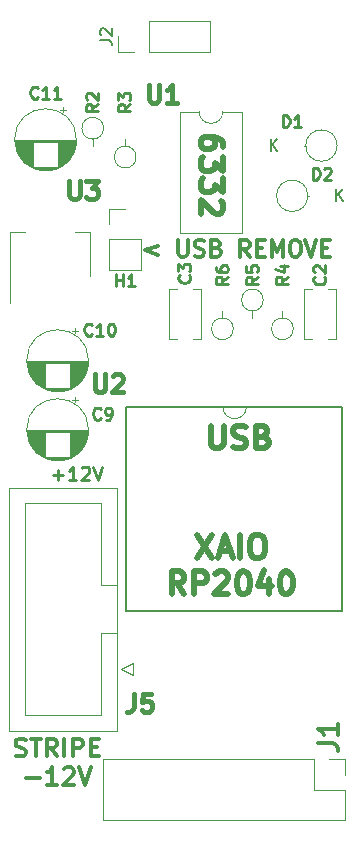
<source format=gto>
%TF.GenerationSoftware,KiCad,Pcbnew,(6.0.1)*%
%TF.CreationDate,2022-10-15T09:01:03-04:00*%
%TF.ProjectId,SYNTH-VCO-DB-03,53594e54-482d-4564-934f-2d44422d3033,1*%
%TF.SameCoordinates,Original*%
%TF.FileFunction,Legend,Top*%
%TF.FilePolarity,Positive*%
%FSLAX46Y46*%
G04 Gerber Fmt 4.6, Leading zero omitted, Abs format (unit mm)*
G04 Created by KiCad (PCBNEW (6.0.1)) date 2022-10-15 09:01:03*
%MOMM*%
%LPD*%
G01*
G04 APERTURE LIST*
%ADD10C,0.476250*%
%ADD11C,0.349250*%
%ADD12C,0.285750*%
%ADD13C,0.375000*%
%ADD14C,0.150000*%
%ADD15C,0.254000*%
%ADD16C,0.381000*%
%ADD17C,0.120000*%
G04 APERTURE END LIST*
D10*
X91851142Y-84738260D02*
X93121142Y-86643260D01*
X93121142Y-84738260D02*
X91851142Y-86643260D01*
X93756142Y-86098975D02*
X94663285Y-86098975D01*
X93574714Y-86643260D02*
X94209714Y-84738260D01*
X94844714Y-86643260D01*
X95479714Y-86643260D02*
X95479714Y-84738260D01*
X96749714Y-84738260D02*
X97112571Y-84738260D01*
X97294000Y-84828975D01*
X97475428Y-85010403D01*
X97566142Y-85373260D01*
X97566142Y-86008260D01*
X97475428Y-86371117D01*
X97294000Y-86552546D01*
X97112571Y-86643260D01*
X96749714Y-86643260D01*
X96568285Y-86552546D01*
X96386857Y-86371117D01*
X96296142Y-86008260D01*
X96296142Y-85373260D01*
X96386857Y-85010403D01*
X96568285Y-84828975D01*
X96749714Y-84738260D01*
X90762571Y-89710310D02*
X90127571Y-88803167D01*
X89674000Y-89710310D02*
X89674000Y-87805310D01*
X90399714Y-87805310D01*
X90581142Y-87896025D01*
X90671857Y-87986739D01*
X90762571Y-88168167D01*
X90762571Y-88440310D01*
X90671857Y-88621739D01*
X90581142Y-88712453D01*
X90399714Y-88803167D01*
X89674000Y-88803167D01*
X91579000Y-89710310D02*
X91579000Y-87805310D01*
X92304714Y-87805310D01*
X92486142Y-87896025D01*
X92576857Y-87986739D01*
X92667571Y-88168167D01*
X92667571Y-88440310D01*
X92576857Y-88621739D01*
X92486142Y-88712453D01*
X92304714Y-88803167D01*
X91579000Y-88803167D01*
X93393285Y-87986739D02*
X93484000Y-87896025D01*
X93665428Y-87805310D01*
X94119000Y-87805310D01*
X94300428Y-87896025D01*
X94391142Y-87986739D01*
X94481857Y-88168167D01*
X94481857Y-88349596D01*
X94391142Y-88621739D01*
X93302571Y-89710310D01*
X94481857Y-89710310D01*
X95661142Y-87805310D02*
X95842571Y-87805310D01*
X96024000Y-87896025D01*
X96114714Y-87986739D01*
X96205428Y-88168167D01*
X96296142Y-88531025D01*
X96296142Y-88984596D01*
X96205428Y-89347453D01*
X96114714Y-89528882D01*
X96024000Y-89619596D01*
X95842571Y-89710310D01*
X95661142Y-89710310D01*
X95479714Y-89619596D01*
X95389000Y-89528882D01*
X95298285Y-89347453D01*
X95207571Y-88984596D01*
X95207571Y-88531025D01*
X95298285Y-88168167D01*
X95389000Y-87986739D01*
X95479714Y-87896025D01*
X95661142Y-87805310D01*
X97929000Y-88440310D02*
X97929000Y-89710310D01*
X97475428Y-87714596D02*
X97021857Y-89075310D01*
X98201142Y-89075310D01*
X99289714Y-87805310D02*
X99471142Y-87805310D01*
X99652571Y-87896025D01*
X99743285Y-87986739D01*
X99834000Y-88168167D01*
X99924714Y-88531025D01*
X99924714Y-88984596D01*
X99834000Y-89347453D01*
X99743285Y-89528882D01*
X99652571Y-89619596D01*
X99471142Y-89710310D01*
X99289714Y-89710310D01*
X99108285Y-89619596D01*
X99017571Y-89528882D01*
X98926857Y-89347453D01*
X98836142Y-88984596D01*
X98836142Y-88531025D01*
X98926857Y-88168167D01*
X99017571Y-87986739D01*
X99108285Y-87896025D01*
X99289714Y-87805310D01*
X94043206Y-51891434D02*
X94043206Y-51528577D01*
X93952492Y-51347148D01*
X93861777Y-51256434D01*
X93589634Y-51075006D01*
X93226777Y-50984291D01*
X92501063Y-50984291D01*
X92319634Y-51075006D01*
X92228920Y-51165720D01*
X92138206Y-51347148D01*
X92138206Y-51710006D01*
X92228920Y-51891434D01*
X92319634Y-51982148D01*
X92501063Y-52072863D01*
X92954634Y-52072863D01*
X93136063Y-51982148D01*
X93226777Y-51891434D01*
X93317492Y-51710006D01*
X93317492Y-51347148D01*
X93226777Y-51165720D01*
X93136063Y-51075006D01*
X92954634Y-50984291D01*
X94043206Y-52707863D02*
X94043206Y-53887148D01*
X93317492Y-53252148D01*
X93317492Y-53524291D01*
X93226777Y-53705720D01*
X93136063Y-53796434D01*
X92954634Y-53887148D01*
X92501063Y-53887148D01*
X92319634Y-53796434D01*
X92228920Y-53705720D01*
X92138206Y-53524291D01*
X92138206Y-52980006D01*
X92228920Y-52798577D01*
X92319634Y-52707863D01*
X94043206Y-54522148D02*
X94043206Y-55701434D01*
X93317492Y-55066434D01*
X93317492Y-55338577D01*
X93226777Y-55520006D01*
X93136063Y-55610720D01*
X92954634Y-55701434D01*
X92501063Y-55701434D01*
X92319634Y-55610720D01*
X92228920Y-55520006D01*
X92138206Y-55338577D01*
X92138206Y-54794291D01*
X92228920Y-54612863D01*
X92319634Y-54522148D01*
X93861777Y-56427148D02*
X93952492Y-56517863D01*
X94043206Y-56699291D01*
X94043206Y-57152863D01*
X93952492Y-57334291D01*
X93861777Y-57425006D01*
X93680349Y-57515720D01*
X93498920Y-57515720D01*
X93226777Y-57425006D01*
X92138206Y-56336434D01*
X92138206Y-57515720D01*
D11*
X88504001Y-60218631D02*
X87439620Y-60617774D01*
X88504001Y-61016917D01*
X90233620Y-59752965D02*
X90233620Y-60883869D01*
X90300144Y-61016917D01*
X90366668Y-61083441D01*
X90499715Y-61149965D01*
X90765811Y-61149965D01*
X90898858Y-61083441D01*
X90965382Y-61016917D01*
X91031906Y-60883869D01*
X91031906Y-59752965D01*
X91630620Y-61083441D02*
X91830191Y-61149965D01*
X92162811Y-61149965D01*
X92295858Y-61083441D01*
X92362382Y-61016917D01*
X92428906Y-60883869D01*
X92428906Y-60750822D01*
X92362382Y-60617774D01*
X92295858Y-60551250D01*
X92162811Y-60484727D01*
X91896715Y-60418203D01*
X91763668Y-60351679D01*
X91697144Y-60285155D01*
X91630620Y-60152108D01*
X91630620Y-60019060D01*
X91697144Y-59886012D01*
X91763668Y-59819489D01*
X91896715Y-59752965D01*
X92229334Y-59752965D01*
X92428906Y-59819489D01*
X93493287Y-60418203D02*
X93692858Y-60484727D01*
X93759382Y-60551250D01*
X93825906Y-60684298D01*
X93825906Y-60883869D01*
X93759382Y-61016917D01*
X93692858Y-61083441D01*
X93559811Y-61149965D01*
X93027620Y-61149965D01*
X93027620Y-59752965D01*
X93493287Y-59752965D01*
X93626334Y-59819489D01*
X93692858Y-59886012D01*
X93759382Y-60019060D01*
X93759382Y-60152108D01*
X93692858Y-60285155D01*
X93626334Y-60351679D01*
X93493287Y-60418203D01*
X93027620Y-60418203D01*
X96287287Y-61149965D02*
X95821620Y-60484727D01*
X95489001Y-61149965D02*
X95489001Y-59752965D01*
X96021191Y-59752965D01*
X96154239Y-59819489D01*
X96220763Y-59886012D01*
X96287287Y-60019060D01*
X96287287Y-60218631D01*
X96220763Y-60351679D01*
X96154239Y-60418203D01*
X96021191Y-60484727D01*
X95489001Y-60484727D01*
X96886001Y-60418203D02*
X97351668Y-60418203D01*
X97551239Y-61149965D02*
X96886001Y-61149965D01*
X96886001Y-59752965D01*
X97551239Y-59752965D01*
X98149953Y-61149965D02*
X98149953Y-59752965D01*
X98615620Y-60750822D01*
X99081287Y-59752965D01*
X99081287Y-61149965D01*
X100012620Y-59752965D02*
X100278715Y-59752965D01*
X100411763Y-59819489D01*
X100544811Y-59952536D01*
X100611334Y-60218631D01*
X100611334Y-60684298D01*
X100544811Y-60950393D01*
X100411763Y-61083441D01*
X100278715Y-61149965D01*
X100012620Y-61149965D01*
X99879572Y-61083441D01*
X99746525Y-60950393D01*
X99680001Y-60684298D01*
X99680001Y-60218631D01*
X99746525Y-59952536D01*
X99879572Y-59819489D01*
X100012620Y-59752965D01*
X101010477Y-59752965D02*
X101476144Y-61149965D01*
X101941811Y-59752965D01*
X102407477Y-60418203D02*
X102873144Y-60418203D01*
X103072715Y-61149965D02*
X102407477Y-61149965D01*
X102407477Y-59752965D01*
X103072715Y-59752965D01*
D10*
X92985071Y-75476785D02*
X92985071Y-77018928D01*
X93075785Y-77200357D01*
X93166500Y-77291071D01*
X93347928Y-77381785D01*
X93710785Y-77381785D01*
X93892214Y-77291071D01*
X93982928Y-77200357D01*
X94073642Y-77018928D01*
X94073642Y-75476785D01*
X94890071Y-77291071D02*
X95162214Y-77381785D01*
X95615785Y-77381785D01*
X95797214Y-77291071D01*
X95887928Y-77200357D01*
X95978642Y-77018928D01*
X95978642Y-76837500D01*
X95887928Y-76656071D01*
X95797214Y-76565357D01*
X95615785Y-76474642D01*
X95252928Y-76383928D01*
X95071500Y-76293214D01*
X94980785Y-76202500D01*
X94890071Y-76021071D01*
X94890071Y-75839642D01*
X94980785Y-75658214D01*
X95071500Y-75567500D01*
X95252928Y-75476785D01*
X95706500Y-75476785D01*
X95978642Y-75567500D01*
X97430071Y-76383928D02*
X97702214Y-76474642D01*
X97792928Y-76565357D01*
X97883642Y-76746785D01*
X97883642Y-77018928D01*
X97792928Y-77200357D01*
X97702214Y-77291071D01*
X97520785Y-77381785D01*
X96795071Y-77381785D01*
X96795071Y-75476785D01*
X97430071Y-75476785D01*
X97611500Y-75567500D01*
X97702214Y-75658214D01*
X97792928Y-75839642D01*
X97792928Y-76021071D01*
X97702214Y-76202500D01*
X97611500Y-76293214D01*
X97430071Y-76383928D01*
X96795071Y-76383928D01*
D12*
X79600405Y-79649642D02*
X80471262Y-79649642D01*
X80035833Y-80085071D02*
X80035833Y-79214214D01*
X81614262Y-80085071D02*
X80961119Y-80085071D01*
X81287691Y-80085071D02*
X81287691Y-78942071D01*
X81178833Y-79105357D01*
X81069976Y-79214214D01*
X80961119Y-79268642D01*
X82049691Y-79050928D02*
X82104119Y-78996500D01*
X82212976Y-78942071D01*
X82485119Y-78942071D01*
X82593976Y-78996500D01*
X82648405Y-79050928D01*
X82702833Y-79159785D01*
X82702833Y-79268642D01*
X82648405Y-79431928D01*
X81995262Y-80085071D01*
X82702833Y-80085071D01*
X83029405Y-78942071D02*
X83410405Y-80085071D01*
X83791405Y-78942071D01*
D13*
X76464285Y-103399642D02*
X76678571Y-103471071D01*
X77035714Y-103471071D01*
X77178571Y-103399642D01*
X77250000Y-103328214D01*
X77321428Y-103185357D01*
X77321428Y-103042500D01*
X77250000Y-102899642D01*
X77178571Y-102828214D01*
X77035714Y-102756785D01*
X76750000Y-102685357D01*
X76607142Y-102613928D01*
X76535714Y-102542500D01*
X76464285Y-102399642D01*
X76464285Y-102256785D01*
X76535714Y-102113928D01*
X76607142Y-102042500D01*
X76750000Y-101971071D01*
X77107142Y-101971071D01*
X77321428Y-102042500D01*
X77750000Y-101971071D02*
X78607142Y-101971071D01*
X78178571Y-103471071D02*
X78178571Y-101971071D01*
X79964285Y-103471071D02*
X79464285Y-102756785D01*
X79107142Y-103471071D02*
X79107142Y-101971071D01*
X79678571Y-101971071D01*
X79821428Y-102042500D01*
X79892857Y-102113928D01*
X79964285Y-102256785D01*
X79964285Y-102471071D01*
X79892857Y-102613928D01*
X79821428Y-102685357D01*
X79678571Y-102756785D01*
X79107142Y-102756785D01*
X80607142Y-103471071D02*
X80607142Y-101971071D01*
X81321428Y-103471071D02*
X81321428Y-101971071D01*
X81892857Y-101971071D01*
X82035714Y-102042500D01*
X82107142Y-102113928D01*
X82178571Y-102256785D01*
X82178571Y-102471071D01*
X82107142Y-102613928D01*
X82035714Y-102685357D01*
X81892857Y-102756785D01*
X81321428Y-102756785D01*
X82821428Y-102685357D02*
X83321428Y-102685357D01*
X83535714Y-103471071D02*
X82821428Y-103471071D01*
X82821428Y-101971071D01*
X83535714Y-101971071D01*
X77357142Y-105314642D02*
X78500000Y-105314642D01*
X80000000Y-105886071D02*
X79142857Y-105886071D01*
X79571428Y-105886071D02*
X79571428Y-104386071D01*
X79428571Y-104600357D01*
X79285714Y-104743214D01*
X79142857Y-104814642D01*
X80571428Y-104528928D02*
X80642857Y-104457500D01*
X80785714Y-104386071D01*
X81142857Y-104386071D01*
X81285714Y-104457500D01*
X81357142Y-104528928D01*
X81428571Y-104671785D01*
X81428571Y-104814642D01*
X81357142Y-105028928D01*
X80500000Y-105886071D01*
X81428571Y-105886071D01*
X81857142Y-104386071D02*
X82357142Y-105886071D01*
X82857142Y-104386071D01*
D14*
%TO.C,J2*%
X83622380Y-42833333D02*
X84336666Y-42833333D01*
X84479523Y-42880952D01*
X84574761Y-42976190D01*
X84622380Y-43119047D01*
X84622380Y-43214285D01*
X83717619Y-42404761D02*
X83670000Y-42357142D01*
X83622380Y-42261904D01*
X83622380Y-42023809D01*
X83670000Y-41928571D01*
X83717619Y-41880952D01*
X83812857Y-41833333D01*
X83908095Y-41833333D01*
X84050952Y-41880952D01*
X84622380Y-42452380D01*
X84622380Y-41833333D01*
D15*
%TO.C,C11*%
X78352857Y-47672857D02*
X78304476Y-47721238D01*
X78159333Y-47769619D01*
X78062571Y-47769619D01*
X77917428Y-47721238D01*
X77820666Y-47624476D01*
X77772285Y-47527714D01*
X77723904Y-47334190D01*
X77723904Y-47189047D01*
X77772285Y-46995523D01*
X77820666Y-46898761D01*
X77917428Y-46802000D01*
X78062571Y-46753619D01*
X78159333Y-46753619D01*
X78304476Y-46802000D01*
X78352857Y-46850380D01*
X79320476Y-47769619D02*
X78739904Y-47769619D01*
X79030190Y-47769619D02*
X79030190Y-46753619D01*
X78933428Y-46898761D01*
X78836666Y-46995523D01*
X78739904Y-47043904D01*
X80288095Y-47769619D02*
X79707523Y-47769619D01*
X79997809Y-47769619D02*
X79997809Y-46753619D01*
X79901047Y-46898761D01*
X79804285Y-46995523D01*
X79707523Y-47043904D01*
%TO.C,C9*%
X83662666Y-74850857D02*
X83614285Y-74899238D01*
X83469142Y-74947619D01*
X83372380Y-74947619D01*
X83227238Y-74899238D01*
X83130476Y-74802476D01*
X83082095Y-74705714D01*
X83033714Y-74512190D01*
X83033714Y-74367047D01*
X83082095Y-74173523D01*
X83130476Y-74076761D01*
X83227238Y-73980000D01*
X83372380Y-73931619D01*
X83469142Y-73931619D01*
X83614285Y-73980000D01*
X83662666Y-74028380D01*
X84146476Y-74947619D02*
X84340000Y-74947619D01*
X84436761Y-74899238D01*
X84485142Y-74850857D01*
X84581904Y-74705714D01*
X84630285Y-74512190D01*
X84630285Y-74125142D01*
X84581904Y-74028380D01*
X84533523Y-73980000D01*
X84436761Y-73931619D01*
X84243238Y-73931619D01*
X84146476Y-73980000D01*
X84098095Y-74028380D01*
X84049714Y-74125142D01*
X84049714Y-74367047D01*
X84098095Y-74463809D01*
X84146476Y-74512190D01*
X84243238Y-74560571D01*
X84436761Y-74560571D01*
X84533523Y-74512190D01*
X84581904Y-74463809D01*
X84630285Y-74367047D01*
%TO.C,D1*%
X99084095Y-50182619D02*
X99084095Y-49166619D01*
X99326000Y-49166619D01*
X99471142Y-49215000D01*
X99567904Y-49311761D01*
X99616285Y-49408523D01*
X99664666Y-49602047D01*
X99664666Y-49747190D01*
X99616285Y-49940714D01*
X99567904Y-50037476D01*
X99471142Y-50134238D01*
X99326000Y-50182619D01*
X99084095Y-50182619D01*
X100632285Y-50182619D02*
X100051714Y-50182619D01*
X100342000Y-50182619D02*
X100342000Y-49166619D01*
X100245238Y-49311761D01*
X100148476Y-49408523D01*
X100051714Y-49456904D01*
D14*
X98067096Y-52207380D02*
X98067096Y-51207380D01*
X98638524Y-52207380D02*
X98209953Y-51635952D01*
X98638524Y-51207380D02*
X98067096Y-51778809D01*
D11*
%TO.C,J1*%
X102104880Y-102343333D02*
X103284166Y-102343333D01*
X103520023Y-102421952D01*
X103677261Y-102579190D01*
X103755880Y-102815047D01*
X103755880Y-102972285D01*
X103755880Y-100692333D02*
X103755880Y-101635761D01*
X103755880Y-101164047D02*
X102104880Y-101164047D01*
X102340738Y-101321285D01*
X102497976Y-101478523D01*
X102576595Y-101635761D01*
D15*
%TO.C,R3*%
X86196619Y-48241333D02*
X85712809Y-48580000D01*
X86196619Y-48821904D02*
X85180619Y-48821904D01*
X85180619Y-48434857D01*
X85229000Y-48338095D01*
X85277380Y-48289714D01*
X85374142Y-48241333D01*
X85519285Y-48241333D01*
X85616047Y-48289714D01*
X85664428Y-48338095D01*
X85712809Y-48434857D01*
X85712809Y-48821904D01*
X85180619Y-47902666D02*
X85180619Y-47273714D01*
X85567666Y-47612380D01*
X85567666Y-47467238D01*
X85616047Y-47370476D01*
X85664428Y-47322095D01*
X85761190Y-47273714D01*
X86003095Y-47273714D01*
X86099857Y-47322095D01*
X86148238Y-47370476D01*
X86196619Y-47467238D01*
X86196619Y-47757523D01*
X86148238Y-47854285D01*
X86099857Y-47902666D01*
%TO.C,C2*%
X102609857Y-62846323D02*
X102658238Y-62894704D01*
X102706619Y-63039847D01*
X102706619Y-63136609D01*
X102658238Y-63281751D01*
X102561476Y-63378513D01*
X102464714Y-63426894D01*
X102271190Y-63475275D01*
X102126047Y-63475275D01*
X101932523Y-63426894D01*
X101835761Y-63378513D01*
X101739000Y-63281751D01*
X101690619Y-63136609D01*
X101690619Y-63039847D01*
X101739000Y-62894704D01*
X101787380Y-62846323D01*
X101787380Y-62459275D02*
X101739000Y-62410894D01*
X101690619Y-62314132D01*
X101690619Y-62072228D01*
X101739000Y-61975466D01*
X101787380Y-61927085D01*
X101884142Y-61878704D01*
X101980904Y-61878704D01*
X102126047Y-61927085D01*
X102706619Y-62507656D01*
X102706619Y-61878704D01*
%TO.C,R5*%
X96991619Y-62846333D02*
X96507809Y-63185000D01*
X96991619Y-63426904D02*
X95975619Y-63426904D01*
X95975619Y-63039857D01*
X96024000Y-62943095D01*
X96072380Y-62894714D01*
X96169142Y-62846333D01*
X96314285Y-62846333D01*
X96411047Y-62894714D01*
X96459428Y-62943095D01*
X96507809Y-63039857D01*
X96507809Y-63426904D01*
X95975619Y-61927095D02*
X95975619Y-62410904D01*
X96459428Y-62459285D01*
X96411047Y-62410904D01*
X96362666Y-62314142D01*
X96362666Y-62072238D01*
X96411047Y-61975476D01*
X96459428Y-61927095D01*
X96556190Y-61878714D01*
X96798095Y-61878714D01*
X96894857Y-61927095D01*
X96943238Y-61975476D01*
X96991619Y-62072238D01*
X96991619Y-62314142D01*
X96943238Y-62410904D01*
X96894857Y-62459285D01*
%TO.C,D2*%
X101624095Y-54627619D02*
X101624095Y-53611619D01*
X101866000Y-53611619D01*
X102011142Y-53660000D01*
X102107904Y-53756761D01*
X102156285Y-53853523D01*
X102204666Y-54047047D01*
X102204666Y-54192190D01*
X102156285Y-54385714D01*
X102107904Y-54482476D01*
X102011142Y-54579238D01*
X101866000Y-54627619D01*
X101624095Y-54627619D01*
X102591714Y-53708380D02*
X102640095Y-53660000D01*
X102736857Y-53611619D01*
X102978761Y-53611619D01*
X103075523Y-53660000D01*
X103123904Y-53708380D01*
X103172285Y-53805142D01*
X103172285Y-53901904D01*
X103123904Y-54047047D01*
X102543333Y-54627619D01*
X103172285Y-54627619D01*
D14*
X103636095Y-56452380D02*
X103636095Y-55452380D01*
X104207523Y-56452380D02*
X103778952Y-55880952D01*
X104207523Y-55452380D02*
X103636095Y-56023809D01*
D16*
%TO.C,U1*%
X87750857Y-46602428D02*
X87750857Y-47836142D01*
X87823428Y-47981285D01*
X87896000Y-48053857D01*
X88041142Y-48126428D01*
X88331428Y-48126428D01*
X88476571Y-48053857D01*
X88549142Y-47981285D01*
X88621714Y-47836142D01*
X88621714Y-46602428D01*
X90145714Y-48126428D02*
X89274857Y-48126428D01*
X89710285Y-48126428D02*
X89710285Y-46602428D01*
X89565142Y-46820142D01*
X89420000Y-46965285D01*
X89274857Y-47037857D01*
D15*
%TO.C,C3*%
X91179857Y-62719343D02*
X91228238Y-62767724D01*
X91276619Y-62912867D01*
X91276619Y-63009629D01*
X91228238Y-63154771D01*
X91131476Y-63251533D01*
X91034714Y-63299914D01*
X90841190Y-63348295D01*
X90696047Y-63348295D01*
X90502523Y-63299914D01*
X90405761Y-63251533D01*
X90309000Y-63154771D01*
X90260619Y-63009629D01*
X90260619Y-62912867D01*
X90309000Y-62767724D01*
X90357380Y-62719343D01*
X90260619Y-62380676D02*
X90260619Y-61751724D01*
X90647666Y-62090390D01*
X90647666Y-61945248D01*
X90696047Y-61848486D01*
X90744428Y-61800105D01*
X90841190Y-61751724D01*
X91083095Y-61751724D01*
X91179857Y-61800105D01*
X91228238Y-61848486D01*
X91276619Y-61945248D01*
X91276619Y-62235533D01*
X91228238Y-62332295D01*
X91179857Y-62380676D01*
D16*
%TO.C,J5*%
X86492000Y-98165428D02*
X86492000Y-99254000D01*
X86419428Y-99471714D01*
X86274285Y-99616857D01*
X86056571Y-99689428D01*
X85911428Y-99689428D01*
X87943428Y-98165428D02*
X87217714Y-98165428D01*
X87145142Y-98891142D01*
X87217714Y-98818571D01*
X87362857Y-98746000D01*
X87725714Y-98746000D01*
X87870857Y-98818571D01*
X87943428Y-98891142D01*
X88016000Y-99036285D01*
X88016000Y-99399142D01*
X87943428Y-99544285D01*
X87870857Y-99616857D01*
X87725714Y-99689428D01*
X87362857Y-99689428D01*
X87217714Y-99616857D01*
X87145142Y-99544285D01*
%TO.C,U2*%
X83178857Y-71113428D02*
X83178857Y-72347142D01*
X83251428Y-72492285D01*
X83324000Y-72564857D01*
X83469142Y-72637428D01*
X83759428Y-72637428D01*
X83904571Y-72564857D01*
X83977142Y-72492285D01*
X84049714Y-72347142D01*
X84049714Y-71113428D01*
X84702857Y-71258571D02*
X84775428Y-71186000D01*
X84920571Y-71113428D01*
X85283428Y-71113428D01*
X85428571Y-71186000D01*
X85501142Y-71258571D01*
X85573714Y-71403714D01*
X85573714Y-71548857D01*
X85501142Y-71766571D01*
X84630285Y-72637428D01*
X85573714Y-72637428D01*
D15*
%TO.C,H1*%
X84950904Y-63644619D02*
X84950904Y-62628619D01*
X84950904Y-63112428D02*
X85531476Y-63112428D01*
X85531476Y-63644619D02*
X85531476Y-62628619D01*
X86547476Y-63644619D02*
X85966904Y-63644619D01*
X86257190Y-63644619D02*
X86257190Y-62628619D01*
X86160428Y-62773761D01*
X86063666Y-62870523D01*
X85966904Y-62918904D01*
%TO.C,R2*%
X83459619Y-48241333D02*
X82975809Y-48580000D01*
X83459619Y-48821904D02*
X82443619Y-48821904D01*
X82443619Y-48434857D01*
X82492000Y-48338095D01*
X82540380Y-48289714D01*
X82637142Y-48241333D01*
X82782285Y-48241333D01*
X82879047Y-48289714D01*
X82927428Y-48338095D01*
X82975809Y-48434857D01*
X82975809Y-48821904D01*
X82540380Y-47854285D02*
X82492000Y-47805904D01*
X82443619Y-47709142D01*
X82443619Y-47467238D01*
X82492000Y-47370476D01*
X82540380Y-47322095D01*
X82637142Y-47273714D01*
X82733904Y-47273714D01*
X82879047Y-47322095D01*
X83459619Y-47902666D01*
X83459619Y-47273714D01*
%TO.C,R6*%
X94439619Y-62857333D02*
X93955809Y-63196000D01*
X94439619Y-63437904D02*
X93423619Y-63437904D01*
X93423619Y-63050857D01*
X93472000Y-62954095D01*
X93520380Y-62905714D01*
X93617142Y-62857333D01*
X93762285Y-62857333D01*
X93859047Y-62905714D01*
X93907428Y-62954095D01*
X93955809Y-63050857D01*
X93955809Y-63437904D01*
X93423619Y-61986476D02*
X93423619Y-62180000D01*
X93472000Y-62276761D01*
X93520380Y-62325142D01*
X93665523Y-62421904D01*
X93859047Y-62470285D01*
X94246095Y-62470285D01*
X94342857Y-62421904D01*
X94391238Y-62373523D01*
X94439619Y-62276761D01*
X94439619Y-62083238D01*
X94391238Y-61986476D01*
X94342857Y-61938095D01*
X94246095Y-61889714D01*
X94004190Y-61889714D01*
X93907428Y-61938095D01*
X93859047Y-61986476D01*
X93810666Y-62083238D01*
X93810666Y-62276761D01*
X93859047Y-62373523D01*
X93907428Y-62421904D01*
X94004190Y-62470285D01*
%TO.C,R4*%
X99519619Y-62846333D02*
X99035809Y-63185000D01*
X99519619Y-63426904D02*
X98503619Y-63426904D01*
X98503619Y-63039857D01*
X98552000Y-62943095D01*
X98600380Y-62894714D01*
X98697142Y-62846333D01*
X98842285Y-62846333D01*
X98939047Y-62894714D01*
X98987428Y-62943095D01*
X99035809Y-63039857D01*
X99035809Y-63426904D01*
X98842285Y-61975476D02*
X99519619Y-61975476D01*
X98455238Y-62217380D02*
X99180952Y-62459285D01*
X99180952Y-61830333D01*
%TO.C,C10*%
X82924857Y-67738857D02*
X82876476Y-67787238D01*
X82731333Y-67835619D01*
X82634571Y-67835619D01*
X82489428Y-67787238D01*
X82392666Y-67690476D01*
X82344285Y-67593714D01*
X82295904Y-67400190D01*
X82295904Y-67255047D01*
X82344285Y-67061523D01*
X82392666Y-66964761D01*
X82489428Y-66868000D01*
X82634571Y-66819619D01*
X82731333Y-66819619D01*
X82876476Y-66868000D01*
X82924857Y-66916380D01*
X83892476Y-67835619D02*
X83311904Y-67835619D01*
X83602190Y-67835619D02*
X83602190Y-66819619D01*
X83505428Y-66964761D01*
X83408666Y-67061523D01*
X83311904Y-67109904D01*
X84521428Y-66819619D02*
X84618190Y-66819619D01*
X84714952Y-66868000D01*
X84763333Y-66916380D01*
X84811714Y-67013142D01*
X84860095Y-67206666D01*
X84860095Y-67448571D01*
X84811714Y-67642095D01*
X84763333Y-67738857D01*
X84714952Y-67787238D01*
X84618190Y-67835619D01*
X84521428Y-67835619D01*
X84424666Y-67787238D01*
X84376285Y-67738857D01*
X84327904Y-67642095D01*
X84279523Y-67448571D01*
X84279523Y-67206666D01*
X84327904Y-67013142D01*
X84376285Y-66916380D01*
X84424666Y-66868000D01*
X84521428Y-66819619D01*
D16*
%TO.C,U3*%
X81019857Y-54730428D02*
X81019857Y-55964142D01*
X81092428Y-56109285D01*
X81165000Y-56181857D01*
X81310142Y-56254428D01*
X81600428Y-56254428D01*
X81745571Y-56181857D01*
X81818142Y-56109285D01*
X81890714Y-55964142D01*
X81890714Y-54730428D01*
X82471285Y-54730428D02*
X83414714Y-54730428D01*
X82906714Y-55311000D01*
X83124428Y-55311000D01*
X83269571Y-55383571D01*
X83342142Y-55456142D01*
X83414714Y-55601285D01*
X83414714Y-55964142D01*
X83342142Y-56109285D01*
X83269571Y-56181857D01*
X83124428Y-56254428D01*
X82689000Y-56254428D01*
X82543857Y-56181857D01*
X82471285Y-56109285D01*
D17*
%TO.C,J2*%
X92910000Y-43830000D02*
X92910000Y-41170000D01*
X87770000Y-43830000D02*
X92910000Y-43830000D01*
X86500000Y-43830000D02*
X85170000Y-43830000D01*
X87770000Y-41170000D02*
X92910000Y-41170000D01*
X85170000Y-43830000D02*
X85170000Y-42500000D01*
X87770000Y-43830000D02*
X87770000Y-41170000D01*
%TO.C,C11*%
X81095000Y-52771000D02*
X80040000Y-52771000D01*
X80251000Y-53531000D02*
X80040000Y-53531000D01*
X80725000Y-48695225D02*
X80225000Y-48695225D01*
X81329000Y-52371000D02*
X80040000Y-52371000D01*
X81520000Y-51810000D02*
X80040000Y-51810000D01*
X80826000Y-53091000D02*
X80040000Y-53091000D01*
X80743000Y-53171000D02*
X80040000Y-53171000D01*
X80937000Y-52971000D02*
X80040000Y-52971000D01*
X77960000Y-52811000D02*
X76935000Y-52811000D01*
X77960000Y-51971000D02*
X76520000Y-51971000D01*
X77960000Y-53451000D02*
X77617000Y-53451000D01*
X77960000Y-52491000D02*
X76732000Y-52491000D01*
X81398000Y-52211000D02*
X80040000Y-52211000D01*
X77960000Y-52691000D02*
X76851000Y-52691000D01*
X81543000Y-51690000D02*
X80040000Y-51690000D01*
X80500000Y-53371000D02*
X80040000Y-53371000D01*
X77960000Y-52611000D02*
X76800000Y-52611000D01*
X81442000Y-52091000D02*
X80040000Y-52091000D01*
X77960000Y-52371000D02*
X76671000Y-52371000D01*
X81561000Y-51570000D02*
X80040000Y-51570000D01*
X80699000Y-53211000D02*
X80040000Y-53211000D01*
X80098000Y-53611000D02*
X77902000Y-53611000D01*
X81579000Y-51330000D02*
X76421000Y-51330000D01*
X81175000Y-52651000D02*
X80040000Y-52651000D01*
X80605000Y-53291000D02*
X80040000Y-53291000D01*
X80443000Y-53411000D02*
X80040000Y-53411000D01*
X77960000Y-52771000D02*
X76905000Y-52771000D01*
X77960000Y-52331000D02*
X76652000Y-52331000D01*
X77960000Y-52411000D02*
X76690000Y-52411000D01*
X77960000Y-52091000D02*
X76558000Y-52091000D01*
X81556000Y-51610000D02*
X80040000Y-51610000D01*
X81065000Y-52811000D02*
X80040000Y-52811000D01*
X79284000Y-53851000D02*
X78716000Y-53851000D01*
X77960000Y-53171000D02*
X77257000Y-53171000D01*
X77960000Y-52971000D02*
X77063000Y-52971000D01*
X81428000Y-52131000D02*
X80040000Y-52131000D01*
X77960000Y-53251000D02*
X77347000Y-53251000D01*
X80785000Y-53131000D02*
X80040000Y-53131000D01*
X81122000Y-52731000D02*
X80040000Y-52731000D01*
X77960000Y-51490000D02*
X76431000Y-51490000D01*
X81576000Y-51410000D02*
X76424000Y-51410000D01*
X81536000Y-51730000D02*
X80040000Y-51730000D01*
X77960000Y-52011000D02*
X76532000Y-52011000D01*
X80475000Y-48445225D02*
X80475000Y-48945225D01*
X81468000Y-52011000D02*
X80040000Y-52011000D01*
X81200000Y-52611000D02*
X80040000Y-52611000D01*
X81580000Y-51250000D02*
X76420000Y-51250000D01*
X81528000Y-51770000D02*
X80040000Y-51770000D01*
X79518000Y-53811000D02*
X78482000Y-53811000D01*
X81004000Y-52891000D02*
X80040000Y-52891000D01*
X77960000Y-52931000D02*
X77029000Y-52931000D01*
X77960000Y-52211000D02*
X76602000Y-52211000D01*
X80554000Y-53331000D02*
X80040000Y-53331000D01*
X81455000Y-52051000D02*
X80040000Y-52051000D01*
X81480000Y-51971000D02*
X80040000Y-51971000D01*
X77960000Y-53411000D02*
X77557000Y-53411000D01*
X77960000Y-53531000D02*
X77749000Y-53531000D01*
X77960000Y-51610000D02*
X76444000Y-51610000D01*
X81290000Y-52451000D02*
X80040000Y-52451000D01*
X77960000Y-52051000D02*
X76545000Y-52051000D01*
X81580000Y-51290000D02*
X76420000Y-51290000D01*
X80383000Y-53451000D02*
X80040000Y-53451000D01*
X77960000Y-51810000D02*
X76480000Y-51810000D01*
X77960000Y-52171000D02*
X76586000Y-52171000D01*
X77960000Y-52851000D02*
X76965000Y-52851000D01*
X77960000Y-51930000D02*
X76509000Y-51930000D01*
X81224000Y-52571000D02*
X80040000Y-52571000D01*
X77960000Y-52531000D02*
X76753000Y-52531000D01*
X81565000Y-51530000D02*
X80040000Y-51530000D01*
X77960000Y-51650000D02*
X76450000Y-51650000D01*
X81501000Y-51890000D02*
X80040000Y-51890000D01*
X81310000Y-52411000D02*
X80040000Y-52411000D01*
X77960000Y-51770000D02*
X76472000Y-51770000D01*
X81569000Y-51490000D02*
X80040000Y-51490000D01*
X81035000Y-52851000D02*
X80040000Y-52851000D01*
X81491000Y-51930000D02*
X80040000Y-51930000D01*
X77960000Y-53131000D02*
X77215000Y-53131000D01*
X80178000Y-53571000D02*
X77822000Y-53571000D01*
X80653000Y-53251000D02*
X80040000Y-53251000D01*
X81348000Y-52331000D02*
X80040000Y-52331000D01*
X77960000Y-53331000D02*
X77446000Y-53331000D01*
X79915000Y-53691000D02*
X78085000Y-53691000D01*
X77960000Y-52131000D02*
X76572000Y-52131000D01*
X79805000Y-53731000D02*
X78195000Y-53731000D01*
X77960000Y-53291000D02*
X77395000Y-53291000D01*
X77960000Y-52891000D02*
X76996000Y-52891000D01*
X81573000Y-51450000D02*
X76427000Y-51450000D01*
X79677000Y-53771000D02*
X78323000Y-53771000D01*
X77960000Y-53211000D02*
X77301000Y-53211000D01*
X81149000Y-52691000D02*
X80040000Y-52691000D01*
X80011000Y-53651000D02*
X77989000Y-53651000D01*
X77960000Y-52451000D02*
X76710000Y-52451000D01*
X77960000Y-52571000D02*
X76776000Y-52571000D01*
X81578000Y-51370000D02*
X76422000Y-51370000D01*
X80901000Y-53011000D02*
X80040000Y-53011000D01*
X77960000Y-53051000D02*
X77136000Y-53051000D01*
X81382000Y-52251000D02*
X80040000Y-52251000D01*
X77960000Y-51850000D02*
X76489000Y-51850000D01*
X77960000Y-53011000D02*
X77099000Y-53011000D01*
X77960000Y-52731000D02*
X76878000Y-52731000D01*
X77960000Y-52651000D02*
X76825000Y-52651000D01*
X81365000Y-52291000D02*
X80040000Y-52291000D01*
X80971000Y-52931000D02*
X80040000Y-52931000D01*
X81414000Y-52171000D02*
X80040000Y-52171000D01*
X77960000Y-52251000D02*
X76618000Y-52251000D01*
X77960000Y-52291000D02*
X76635000Y-52291000D01*
X80864000Y-53051000D02*
X80040000Y-53051000D01*
X81550000Y-51650000D02*
X80040000Y-51650000D01*
X80319000Y-53491000D02*
X80040000Y-53491000D01*
X77960000Y-53491000D02*
X77681000Y-53491000D01*
X77960000Y-51730000D02*
X76464000Y-51730000D01*
X77960000Y-51570000D02*
X76439000Y-51570000D01*
X77960000Y-51690000D02*
X76457000Y-51690000D01*
X77960000Y-51530000D02*
X76435000Y-51530000D01*
X81511000Y-51850000D02*
X80040000Y-51850000D01*
X81247000Y-52531000D02*
X80040000Y-52531000D01*
X77960000Y-53091000D02*
X77174000Y-53091000D01*
X77960000Y-51890000D02*
X76499000Y-51890000D01*
X77960000Y-53371000D02*
X77500000Y-53371000D01*
X81268000Y-52491000D02*
X80040000Y-52491000D01*
X81620000Y-51250000D02*
G75*
G03*
X81620000Y-51250000I-2620000J0D01*
G01*
%TO.C,C9*%
X78982000Y-77523888D02*
X78085000Y-77523888D01*
X78982000Y-77163888D02*
X77822000Y-77163888D01*
X82578000Y-76162888D02*
X81062000Y-76162888D01*
X78982000Y-76322888D02*
X77494000Y-76322888D01*
X78982000Y-77563888D02*
X78121000Y-77563888D01*
X78982000Y-77003888D02*
X77732000Y-77003888D01*
X82144000Y-77283888D02*
X81062000Y-77283888D01*
X78982000Y-76603888D02*
X77567000Y-76603888D01*
X82572000Y-76202888D02*
X81062000Y-76202888D01*
X81721000Y-77763888D02*
X81062000Y-77763888D01*
X78982000Y-77723888D02*
X78279000Y-77723888D01*
X78982000Y-76122888D02*
X77461000Y-76122888D01*
X78982000Y-77043888D02*
X77754000Y-77043888D01*
X82598000Y-75962888D02*
X77446000Y-75962888D01*
X81959000Y-77523888D02*
X81062000Y-77523888D01*
X82523000Y-76442888D02*
X81062000Y-76442888D01*
X78982000Y-76202888D02*
X77472000Y-76202888D01*
X78982000Y-76482888D02*
X77531000Y-76482888D01*
X78982000Y-76523888D02*
X77542000Y-76523888D01*
X81765000Y-77723888D02*
X81062000Y-77723888D01*
X78982000Y-77123888D02*
X77798000Y-77123888D01*
X78982000Y-76402888D02*
X77511000Y-76402888D01*
X81465000Y-77963888D02*
X81062000Y-77963888D01*
X82370000Y-76883888D02*
X81062000Y-76883888D01*
X81675000Y-77803888D02*
X81062000Y-77803888D01*
X78982000Y-77083888D02*
X77775000Y-77083888D01*
X78982000Y-77323888D02*
X77927000Y-77323888D01*
X78982000Y-76563888D02*
X77554000Y-76563888D01*
X82222000Y-77163888D02*
X81062000Y-77163888D01*
X78982000Y-77763888D02*
X78323000Y-77763888D01*
X81200000Y-78123888D02*
X78844000Y-78123888D01*
X78982000Y-76362888D02*
X77502000Y-76362888D01*
X80540000Y-78363888D02*
X79504000Y-78363888D01*
X82269000Y-77083888D02*
X81062000Y-77083888D01*
X81033000Y-78203888D02*
X79011000Y-78203888D01*
X81522000Y-77923888D02*
X81062000Y-77923888D01*
X82558000Y-76282888D02*
X81062000Y-76282888D01*
X81923000Y-77563888D02*
X81062000Y-77563888D01*
X80937000Y-78243888D02*
X79107000Y-78243888D01*
X82490000Y-76563888D02*
X81062000Y-76563888D01*
X78982000Y-77963888D02*
X78579000Y-77963888D01*
X78982000Y-76963888D02*
X77712000Y-76963888D01*
X78982000Y-77403888D02*
X77987000Y-77403888D01*
X82246000Y-77123888D02*
X81062000Y-77123888D01*
X82420000Y-76763888D02*
X81062000Y-76763888D01*
X82513000Y-76482888D02*
X81062000Y-76482888D01*
X82595000Y-76002888D02*
X77449000Y-76002888D01*
X82450000Y-76683888D02*
X81062000Y-76683888D01*
X82583000Y-76122888D02*
X81062000Y-76122888D01*
X78982000Y-77883888D02*
X78468000Y-77883888D01*
X81848000Y-77643888D02*
X81062000Y-77643888D01*
X81747000Y-73248113D02*
X81247000Y-73248113D01*
X78982000Y-77603888D02*
X78158000Y-77603888D01*
X82387000Y-76843888D02*
X81062000Y-76843888D01*
X78982000Y-76082888D02*
X77457000Y-76082888D01*
X78982000Y-77683888D02*
X78237000Y-77683888D01*
X78982000Y-78003888D02*
X78639000Y-78003888D01*
X82332000Y-76963888D02*
X81062000Y-76963888D01*
X82587000Y-76082888D02*
X81062000Y-76082888D01*
X82550000Y-76322888D02*
X81062000Y-76322888D01*
X82602000Y-75802888D02*
X77442000Y-75802888D01*
X82602000Y-75842888D02*
X77442000Y-75842888D01*
X78982000Y-77843888D02*
X78417000Y-77843888D01*
X78982000Y-77803888D02*
X78369000Y-77803888D01*
X78982000Y-77363888D02*
X77957000Y-77363888D01*
X78982000Y-76763888D02*
X77624000Y-76763888D01*
X82087000Y-77363888D02*
X81062000Y-77363888D01*
X82197000Y-77203888D02*
X81062000Y-77203888D01*
X82436000Y-76723888D02*
X81062000Y-76723888D01*
X82565000Y-76242888D02*
X81062000Y-76242888D01*
X80699000Y-78323888D02*
X79345000Y-78323888D01*
X82312000Y-77003888D02*
X81062000Y-77003888D01*
X82057000Y-77403888D02*
X81062000Y-77403888D01*
X82477000Y-76603888D02*
X81062000Y-76603888D01*
X81341000Y-78043888D02*
X81062000Y-78043888D01*
X81120000Y-78163888D02*
X78924000Y-78163888D01*
X78982000Y-76883888D02*
X77674000Y-76883888D01*
X81273000Y-78083888D02*
X81062000Y-78083888D01*
X78982000Y-77483888D02*
X78051000Y-77483888D01*
X82502000Y-76523888D02*
X81062000Y-76523888D01*
X78982000Y-78083888D02*
X78771000Y-78083888D01*
X80827000Y-78283888D02*
X79217000Y-78283888D01*
X78982000Y-76242888D02*
X77479000Y-76242888D01*
X78982000Y-78043888D02*
X78703000Y-78043888D01*
X78982000Y-76683888D02*
X77594000Y-76683888D01*
X82290000Y-77043888D02*
X81062000Y-77043888D01*
X78982000Y-77283888D02*
X77900000Y-77283888D01*
X78982000Y-76643888D02*
X77580000Y-76643888D01*
X82117000Y-77323888D02*
X81062000Y-77323888D01*
X82464000Y-76643888D02*
X81062000Y-76643888D01*
X82404000Y-76803888D02*
X81062000Y-76803888D01*
X81576000Y-77883888D02*
X81062000Y-77883888D01*
X82542000Y-76362888D02*
X81062000Y-76362888D01*
X81993000Y-77483888D02*
X81062000Y-77483888D01*
X81807000Y-77683888D02*
X81062000Y-77683888D01*
X78982000Y-77203888D02*
X77847000Y-77203888D01*
X78982000Y-76803888D02*
X77640000Y-76803888D01*
X78982000Y-76442888D02*
X77521000Y-76442888D01*
X82351000Y-76923888D02*
X81062000Y-76923888D01*
X82026000Y-77443888D02*
X81062000Y-77443888D01*
X78982000Y-76282888D02*
X77486000Y-76282888D01*
X81497000Y-72998113D02*
X81497000Y-73498113D01*
X82171000Y-77243888D02*
X81062000Y-77243888D01*
X82601000Y-75882888D02*
X77443000Y-75882888D01*
X78982000Y-76923888D02*
X77693000Y-76923888D01*
X78982000Y-76162888D02*
X77466000Y-76162888D01*
X78982000Y-76843888D02*
X77657000Y-76843888D01*
X78982000Y-76042888D02*
X77453000Y-76042888D01*
X78982000Y-77923888D02*
X78522000Y-77923888D01*
X82600000Y-75922888D02*
X77444000Y-75922888D01*
X78982000Y-77443888D02*
X78018000Y-77443888D01*
X80306000Y-78403888D02*
X79738000Y-78403888D01*
X81405000Y-78003888D02*
X81062000Y-78003888D01*
X78982000Y-77243888D02*
X77873000Y-77243888D01*
X81627000Y-77843888D02*
X81062000Y-77843888D01*
X82591000Y-76042888D02*
X81062000Y-76042888D01*
X81886000Y-77603888D02*
X81062000Y-77603888D01*
X78982000Y-76723888D02*
X77608000Y-76723888D01*
X82533000Y-76402888D02*
X81062000Y-76402888D01*
X78982000Y-77643888D02*
X78196000Y-77643888D01*
X82642000Y-75802888D02*
G75*
G03*
X82642000Y-75802888I-2620000J0D01*
G01*
%TO.C,D1*%
X101037944Y-51750000D02*
X100924315Y-51750000D01*
X103690686Y-51750000D02*
G75*
G03*
X103690686Y-51750000I-1326371J0D01*
G01*
%TO.C,J1*%
X104330000Y-106270000D02*
X104330000Y-108870000D01*
X104330000Y-103670000D02*
X104330000Y-105000000D01*
X83890000Y-103670000D02*
X83890000Y-108870000D01*
X104330000Y-108870000D02*
X83890000Y-108870000D01*
X103000000Y-103670000D02*
X104330000Y-103670000D01*
X101730000Y-103670000D02*
X83890000Y-103670000D01*
X101730000Y-103670000D02*
X101730000Y-106270000D01*
X101730000Y-106270000D02*
X104330000Y-106270000D01*
%TO.C,R3*%
X85750000Y-51800000D02*
X85750000Y-51180000D01*
X86670000Y-52720000D02*
G75*
G03*
X86670000Y-52720000I-920000J0D01*
G01*
%TO.C,C2*%
X101570000Y-63919990D02*
X100865000Y-63919990D01*
X103605000Y-63919990D02*
X102900000Y-63919990D01*
X103605000Y-63919990D02*
X103605000Y-68159990D01*
X103605000Y-68159990D02*
X102900000Y-68159990D01*
X101570000Y-68159990D02*
X100865000Y-68159990D01*
X100865000Y-63919990D02*
X100865000Y-68159990D01*
%TO.C,R5*%
X96520000Y-65740000D02*
X96520000Y-66360000D01*
X97440000Y-64820000D02*
G75*
G03*
X97440000Y-64820000I-920000J0D01*
G01*
%TO.C,D2*%
X101212057Y-56000000D02*
X101325686Y-56000000D01*
X101212057Y-56000000D02*
G75*
G03*
X101212057Y-56000000I-1326371J0D01*
G01*
%TO.C,U1*%
X95660000Y-48870000D02*
X94010000Y-48870000D01*
X90360000Y-48870000D02*
X90360000Y-59150000D01*
X90360000Y-59150000D02*
X95660000Y-59150000D01*
X92010000Y-48870000D02*
X90360000Y-48870000D01*
X95660000Y-59150000D02*
X95660000Y-48870000D01*
X92010000Y-48870000D02*
G75*
G03*
X94010000Y-48870000I1000000J0D01*
G01*
%TO.C,C3*%
X92175000Y-68160010D02*
X92175000Y-63920010D01*
X91470000Y-68160010D02*
X92175000Y-68160010D01*
X89435000Y-68160010D02*
X89435000Y-63920010D01*
X89435000Y-63920010D02*
X90140000Y-63920010D01*
X91470000Y-63920010D02*
X92175000Y-63920010D01*
X89435000Y-68160010D02*
X90140000Y-68160010D01*
%TO.C,J5*%
X83732500Y-93050000D02*
X83732500Y-99990000D01*
X86432500Y-95580000D02*
X85432500Y-96080000D01*
X75922500Y-80710000D02*
X85042500Y-80710000D01*
X85432500Y-96080000D02*
X86432500Y-96580000D01*
X77232500Y-99990000D02*
X77232500Y-82010000D01*
X75922500Y-101290000D02*
X75922500Y-80710000D01*
X83732500Y-88950000D02*
X83732500Y-88950000D01*
X83732500Y-82010000D02*
X83732500Y-88950000D01*
X86432500Y-96580000D02*
X86432500Y-95580000D01*
X85042500Y-101290000D02*
X75922500Y-101290000D01*
X83732500Y-99990000D02*
X77232500Y-99990000D01*
X77232500Y-82010000D02*
X83732500Y-82010000D01*
X83732500Y-88950000D02*
X85042500Y-88950000D01*
X85042500Y-80710000D02*
X85042500Y-101290000D01*
X85042500Y-93050000D02*
X83732500Y-93050000D01*
D14*
%TO.C,U2*%
X85856000Y-73864000D02*
X104144000Y-73864000D01*
X104144000Y-73864000D02*
X104144000Y-91136000D01*
X104144000Y-91136000D02*
X85856000Y-91136000D01*
X85856000Y-91136000D02*
X85856000Y-73864000D01*
D17*
X94016000Y-73864000D02*
G75*
G03*
X96016000Y-73864000I1000000J0D01*
G01*
%TO.C,H1*%
X84395000Y-57085000D02*
X85725000Y-57085000D01*
X87055000Y-59685000D02*
X87055000Y-62285000D01*
X84395000Y-59685000D02*
X87055000Y-59685000D01*
X84395000Y-58415000D02*
X84395000Y-57085000D01*
X84395000Y-59685000D02*
X84395000Y-62285000D01*
X84395000Y-62285000D02*
X87055000Y-62285000D01*
%TO.C,R2*%
X83000000Y-51200000D02*
X83000000Y-51820000D01*
X83920000Y-50280000D02*
G75*
G03*
X83920000Y-50280000I-920000J0D01*
G01*
%TO.C,R6*%
X93980000Y-66340000D02*
X93980000Y-65720000D01*
X94900000Y-67260000D02*
G75*
G03*
X94900000Y-67260000I-920000J0D01*
G01*
%TO.C,R4*%
X99060000Y-66340000D02*
X99060000Y-65720000D01*
X99980000Y-67260000D02*
G75*
G03*
X99980000Y-67260000I-920000J0D01*
G01*
%TO.C,C10*%
X82464000Y-70801888D02*
X81062000Y-70801888D01*
X78982000Y-70280888D02*
X77461000Y-70280888D01*
X81721000Y-71921888D02*
X81062000Y-71921888D01*
X82542000Y-70520888D02*
X81062000Y-70520888D01*
X81120000Y-72321888D02*
X78924000Y-72321888D01*
X82450000Y-70841888D02*
X81062000Y-70841888D01*
X78982000Y-71681888D02*
X78085000Y-71681888D01*
X78982000Y-71121888D02*
X77712000Y-71121888D01*
X78982000Y-70640888D02*
X77531000Y-70640888D01*
X82144000Y-71441888D02*
X81062000Y-71441888D01*
X82595000Y-70160888D02*
X77449000Y-70160888D01*
X78982000Y-71521888D02*
X77957000Y-71521888D01*
X81465000Y-72121888D02*
X81062000Y-72121888D01*
X78982000Y-71321888D02*
X77822000Y-71321888D01*
X78982000Y-70560888D02*
X77511000Y-70560888D01*
X82312000Y-71161888D02*
X81062000Y-71161888D01*
X82523000Y-70600888D02*
X81062000Y-70600888D01*
X80937000Y-72401888D02*
X79107000Y-72401888D01*
X82572000Y-70360888D02*
X81062000Y-70360888D01*
X78982000Y-71921888D02*
X78323000Y-71921888D01*
X82117000Y-71481888D02*
X81062000Y-71481888D01*
X82197000Y-71361888D02*
X81062000Y-71361888D01*
X78982000Y-72241888D02*
X78771000Y-72241888D01*
X81959000Y-71681888D02*
X81062000Y-71681888D01*
X82332000Y-71121888D02*
X81062000Y-71121888D01*
X78982000Y-71041888D02*
X77674000Y-71041888D01*
X78982000Y-70961888D02*
X77640000Y-70961888D01*
X78982000Y-70200888D02*
X77453000Y-70200888D01*
X78982000Y-72041888D02*
X78468000Y-72041888D01*
X80827000Y-72441888D02*
X79217000Y-72441888D01*
X78982000Y-72161888D02*
X78639000Y-72161888D01*
X78982000Y-70801888D02*
X77580000Y-70801888D01*
X78982000Y-70320888D02*
X77466000Y-70320888D01*
X81576000Y-72041888D02*
X81062000Y-72041888D01*
X82246000Y-71281888D02*
X81062000Y-71281888D01*
X78982000Y-71361888D02*
X77847000Y-71361888D01*
X82558000Y-70440888D02*
X81062000Y-70440888D01*
X82269000Y-71241888D02*
X81062000Y-71241888D01*
X82550000Y-70480888D02*
X81062000Y-70480888D01*
X78982000Y-71281888D02*
X77798000Y-71281888D01*
X81497000Y-67156113D02*
X81497000Y-67656113D01*
X78982000Y-71801888D02*
X78196000Y-71801888D01*
X81848000Y-71801888D02*
X81062000Y-71801888D01*
X80540000Y-72521888D02*
X79504000Y-72521888D01*
X78982000Y-70681888D02*
X77542000Y-70681888D01*
X78982000Y-71161888D02*
X77732000Y-71161888D01*
X82026000Y-71601888D02*
X81062000Y-71601888D01*
X78982000Y-71961888D02*
X78369000Y-71961888D01*
X80699000Y-72481888D02*
X79345000Y-72481888D01*
X78982000Y-71841888D02*
X78237000Y-71841888D01*
X82490000Y-70721888D02*
X81062000Y-70721888D01*
X82477000Y-70761888D02*
X81062000Y-70761888D01*
X82290000Y-71201888D02*
X81062000Y-71201888D01*
X81807000Y-71841888D02*
X81062000Y-71841888D01*
X82420000Y-70921888D02*
X81062000Y-70921888D01*
X78982000Y-71561888D02*
X77987000Y-71561888D01*
X78982000Y-71721888D02*
X78121000Y-71721888D01*
X82602000Y-69960888D02*
X77442000Y-69960888D01*
X82591000Y-70200888D02*
X81062000Y-70200888D01*
X82171000Y-71401888D02*
X81062000Y-71401888D01*
X82404000Y-70961888D02*
X81062000Y-70961888D01*
X82602000Y-70000888D02*
X77442000Y-70000888D01*
X78982000Y-70360888D02*
X77472000Y-70360888D01*
X81627000Y-72001888D02*
X81062000Y-72001888D01*
X78982000Y-70600888D02*
X77521000Y-70600888D01*
X78982000Y-72081888D02*
X78522000Y-72081888D01*
X78982000Y-70921888D02*
X77624000Y-70921888D01*
X82057000Y-71561888D02*
X81062000Y-71561888D01*
X78982000Y-70400888D02*
X77479000Y-70400888D01*
X78982000Y-71881888D02*
X78279000Y-71881888D01*
X81273000Y-72241888D02*
X81062000Y-72241888D01*
X78982000Y-71601888D02*
X78018000Y-71601888D01*
X81886000Y-71761888D02*
X81062000Y-71761888D01*
X81405000Y-72161888D02*
X81062000Y-72161888D01*
X81747000Y-67406113D02*
X81247000Y-67406113D01*
X78982000Y-70440888D02*
X77486000Y-70440888D01*
X78982000Y-71441888D02*
X77900000Y-71441888D01*
X82436000Y-70881888D02*
X81062000Y-70881888D01*
X81923000Y-71721888D02*
X81062000Y-71721888D01*
X78982000Y-71201888D02*
X77754000Y-71201888D01*
X82601000Y-70040888D02*
X77443000Y-70040888D01*
X78982000Y-71001888D02*
X77657000Y-71001888D01*
X78982000Y-71241888D02*
X77775000Y-71241888D01*
X81675000Y-71961888D02*
X81062000Y-71961888D01*
X78982000Y-70480888D02*
X77494000Y-70480888D01*
X81200000Y-72281888D02*
X78844000Y-72281888D01*
X82351000Y-71081888D02*
X81062000Y-71081888D01*
X82565000Y-70400888D02*
X81062000Y-70400888D01*
X81765000Y-71881888D02*
X81062000Y-71881888D01*
X81033000Y-72361888D02*
X79011000Y-72361888D01*
X81522000Y-72081888D02*
X81062000Y-72081888D01*
X78982000Y-71641888D02*
X78051000Y-71641888D01*
X78982000Y-70240888D02*
X77457000Y-70240888D01*
X82578000Y-70320888D02*
X81062000Y-70320888D01*
X78982000Y-72001888D02*
X78417000Y-72001888D01*
X82387000Y-71001888D02*
X81062000Y-71001888D01*
X78982000Y-72201888D02*
X78703000Y-72201888D01*
X82087000Y-71521888D02*
X81062000Y-71521888D01*
X78982000Y-70721888D02*
X77554000Y-70721888D01*
X82502000Y-70681888D02*
X81062000Y-70681888D01*
X82600000Y-70080888D02*
X77444000Y-70080888D01*
X80306000Y-72561888D02*
X79738000Y-72561888D01*
X82222000Y-71321888D02*
X81062000Y-71321888D01*
X78982000Y-71081888D02*
X77693000Y-71081888D01*
X78982000Y-72121888D02*
X78579000Y-72121888D01*
X78982000Y-71761888D02*
X78158000Y-71761888D01*
X78982000Y-70841888D02*
X77594000Y-70841888D01*
X78982000Y-70881888D02*
X77608000Y-70881888D01*
X78982000Y-70520888D02*
X77502000Y-70520888D01*
X78982000Y-71481888D02*
X77927000Y-71481888D01*
X81993000Y-71641888D02*
X81062000Y-71641888D01*
X81341000Y-72201888D02*
X81062000Y-72201888D01*
X78982000Y-70761888D02*
X77567000Y-70761888D01*
X82587000Y-70240888D02*
X81062000Y-70240888D01*
X78982000Y-71401888D02*
X77873000Y-71401888D01*
X82370000Y-71041888D02*
X81062000Y-71041888D01*
X82598000Y-70120888D02*
X77446000Y-70120888D01*
X82513000Y-70640888D02*
X81062000Y-70640888D01*
X82583000Y-70280888D02*
X81062000Y-70280888D01*
X82533000Y-70560888D02*
X81062000Y-70560888D01*
X82642000Y-69960888D02*
G75*
G03*
X82642000Y-69960888I-2620000J0D01*
G01*
%TO.C,U3*%
X82785000Y-59050000D02*
X81525000Y-59050000D01*
X75965000Y-65060000D02*
X75965000Y-59050000D01*
X75965000Y-59050000D02*
X77225000Y-59050000D01*
X82785000Y-62810000D02*
X82785000Y-59050000D01*
%TD*%
M02*

</source>
